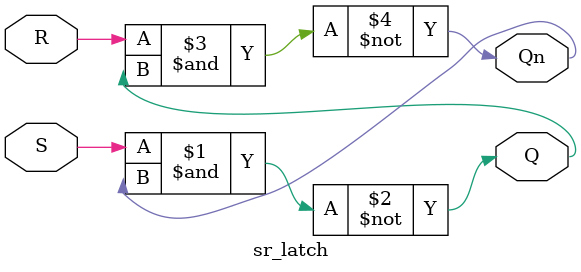
<source format=v>
module sr_latch (

input R, 
input S, 
output Q, 
output Qn
);

nand (Q, S, Qn);
nand (Qn, R, Q);

endmodule
</source>
